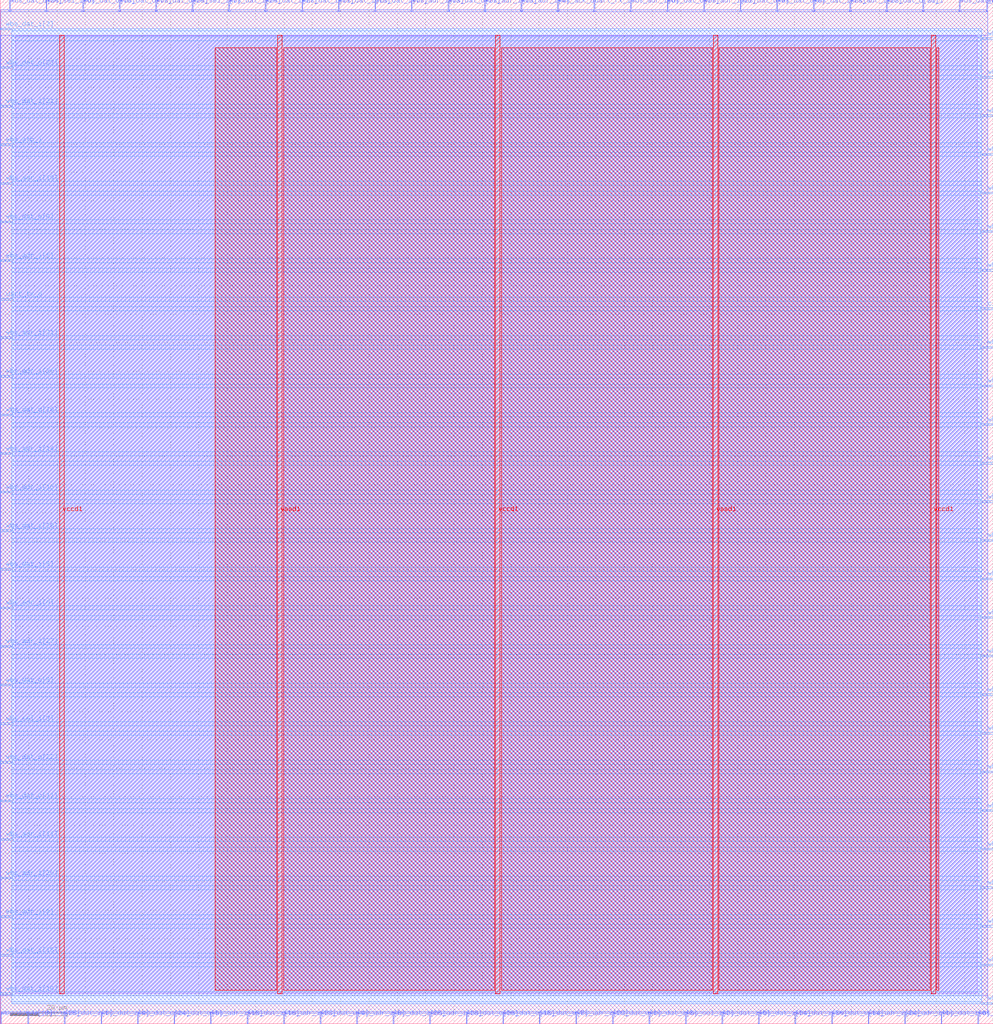
<source format=lef>
VERSION 5.7 ;
  NOWIREEXTENSIONATPIN ON ;
  DIVIDERCHAR "/" ;
  BUSBITCHARS "[]" ;
MACRO wbuart_wrap
  CLASS BLOCK ;
  FOREIGN wbuart_wrap ;
  ORIGIN 0.000 0.000 ;
  SIZE 350.100 BY 360.820 ;
  PIN clk_i
    DIRECTION INPUT ;
    USE SIGNAL ;
    PORT
      LAYER met3 ;
        RECT 346.100 251.640 350.100 252.240 ;
    END
  END clk_i
  PIN rst_i
    DIRECTION INPUT ;
    USE SIGNAL ;
    PORT
      LAYER met2 ;
        RECT 325.310 356.820 325.590 360.820 ;
    END
  END rst_i
  PIN uart_rx_i
    DIRECTION INPUT ;
    USE SIGNAL ;
    PORT
      LAYER met2 ;
        RECT 209.390 356.820 209.670 360.820 ;
    END
  END uart_rx_i
  PIN uart_tx_o
    DIRECTION OUTPUT TRISTATE ;
    USE SIGNAL ;
    PORT
      LAYER met3 ;
        RECT 0.000 255.040 4.000 255.640 ;
    END
  END uart_tx_o
  PIN vccd1
    DIRECTION INOUT ;
    USE POWER ;
    PORT
      LAYER met4 ;
        RECT 21.040 10.640 22.640 348.400 ;
    END
    PORT
      LAYER met4 ;
        RECT 174.640 10.640 176.240 348.400 ;
    END
    PORT
      LAYER met4 ;
        RECT 328.240 10.640 329.840 348.400 ;
    END
  END vccd1
  PIN vssd1
    DIRECTION INOUT ;
    USE GROUND ;
    PORT
      LAYER met4 ;
        RECT 97.840 10.640 99.440 348.400 ;
    END
    PORT
      LAYER met4 ;
        RECT 251.440 10.640 253.040 348.400 ;
    END
  END vssd1
  PIN wbs_ack_o
    DIRECTION OUTPUT TRISTATE ;
    USE SIGNAL ;
    PORT
      LAYER met2 ;
        RECT 196.510 356.820 196.790 360.820 ;
    END
  END wbs_ack_o
  PIN wbs_adr_i[0]
    DIRECTION INPUT ;
    USE SIGNAL ;
    PORT
      LAYER met3 ;
        RECT 0.000 146.240 4.000 146.840 ;
    END
  END wbs_adr_i[0]
  PIN wbs_adr_i[10]
    DIRECTION INPUT ;
    USE SIGNAL ;
    PORT
      LAYER met3 ;
        RECT 346.100 6.840 350.100 7.440 ;
    END
  END wbs_adr_i[10]
  PIN wbs_adr_i[11]
    DIRECTION INPUT ;
    USE SIGNAL ;
    PORT
      LAYER met3 ;
        RECT 0.000 64.640 4.000 65.240 ;
    END
  END wbs_adr_i[11]
  PIN wbs_adr_i[12]
    DIRECTION INPUT ;
    USE SIGNAL ;
    PORT
      LAYER met3 ;
        RECT 346.100 306.040 350.100 306.640 ;
    END
  END wbs_adr_i[12]
  PIN wbs_adr_i[13]
    DIRECTION INPUT ;
    USE SIGNAL ;
    PORT
      LAYER met2 ;
        RECT 144.990 356.820 145.270 360.820 ;
    END
  END wbs_adr_i[13]
  PIN wbs_adr_i[14]
    DIRECTION INPUT ;
    USE SIGNAL ;
    PORT
      LAYER met3 ;
        RECT 0.000 200.640 4.000 201.240 ;
    END
  END wbs_adr_i[14]
  PIN wbs_adr_i[15]
    DIRECTION INPUT ;
    USE SIGNAL ;
    PORT
      LAYER met2 ;
        RECT 170.750 356.820 171.030 360.820 ;
    END
  END wbs_adr_i[15]
  PIN wbs_adr_i[16]
    DIRECTION INPUT ;
    USE SIGNAL ;
    PORT
      LAYER met3 ;
        RECT 0.000 187.040 4.000 187.640 ;
    END
  END wbs_adr_i[16]
  PIN wbs_adr_i[17]
    DIRECTION INPUT ;
    USE SIGNAL ;
    PORT
      LAYER met3 ;
        RECT 346.100 129.240 350.100 129.840 ;
    END
  END wbs_adr_i[17]
  PIN wbs_adr_i[18]
    DIRECTION INPUT ;
    USE SIGNAL ;
    PORT
      LAYER met2 ;
        RECT 74.150 0.000 74.430 4.000 ;
    END
  END wbs_adr_i[18]
  PIN wbs_adr_i[19]
    DIRECTION INPUT ;
    USE SIGNAL ;
    PORT
      LAYER met3 ;
        RECT 0.000 295.840 4.000 296.440 ;
    END
  END wbs_adr_i[19]
  PIN wbs_adr_i[1]
    DIRECTION INPUT ;
    USE SIGNAL ;
    PORT
      LAYER met2 ;
        RECT 318.870 0.000 319.150 4.000 ;
    END
  END wbs_adr_i[1]
  PIN wbs_adr_i[20]
    DIRECTION INPUT ;
    USE SIGNAL ;
    PORT
      LAYER met3 ;
        RECT 0.000 227.840 4.000 228.440 ;
    END
  END wbs_adr_i[20]
  PIN wbs_adr_i[21]
    DIRECTION INPUT ;
    USE SIGNAL ;
    PORT
      LAYER met2 ;
        RECT 248.030 356.820 248.310 360.820 ;
    END
  END wbs_adr_i[21]
  PIN wbs_adr_i[22]
    DIRECTION INPUT ;
    USE SIGNAL ;
    PORT
      LAYER met2 ;
        RECT 299.550 356.820 299.830 360.820 ;
    END
  END wbs_adr_i[22]
  PIN wbs_adr_i[23]
    DIRECTION INPUT ;
    USE SIGNAL ;
    PORT
      LAYER met2 ;
        RECT 99.910 0.000 100.190 4.000 ;
    END
  END wbs_adr_i[23]
  PIN wbs_adr_i[24]
    DIRECTION INPUT ;
    USE SIGNAL ;
    PORT
      LAYER met2 ;
        RECT 305.990 0.000 306.270 4.000 ;
    END
  END wbs_adr_i[24]
  PIN wbs_adr_i[25]
    DIRECTION INPUT ;
    USE SIGNAL ;
    PORT
      LAYER met3 ;
        RECT 346.100 346.840 350.100 347.440 ;
    END
  END wbs_adr_i[25]
  PIN wbs_adr_i[26]
    DIRECTION INPUT ;
    USE SIGNAL ;
    PORT
      LAYER met3 ;
        RECT 346.100 88.440 350.100 89.040 ;
    END
  END wbs_adr_i[26]
  PIN wbs_adr_i[27]
    DIRECTION INPUT ;
    USE SIGNAL ;
    PORT
      LAYER met3 ;
        RECT 0.000 132.640 4.000 133.240 ;
    END
  END wbs_adr_i[27]
  PIN wbs_adr_i[28]
    DIRECTION INPUT ;
    USE SIGNAL ;
    PORT
      LAYER met2 ;
        RECT 151.430 0.000 151.710 4.000 ;
    END
  END wbs_adr_i[28]
  PIN wbs_adr_i[29]
    DIRECTION INPUT ;
    USE SIGNAL ;
    PORT
      LAYER met2 ;
        RECT 202.950 0.000 203.230 4.000 ;
    END
  END wbs_adr_i[29]
  PIN wbs_adr_i[2]
    DIRECTION INPUT ;
    USE SIGNAL ;
    PORT
      LAYER met3 ;
        RECT 346.100 74.840 350.100 75.440 ;
    END
  END wbs_adr_i[2]
  PIN wbs_adr_i[30]
    DIRECTION INPUT ;
    USE SIGNAL ;
    PORT
      LAYER met3 ;
        RECT 0.000 51.040 4.000 51.640 ;
    END
  END wbs_adr_i[30]
  PIN wbs_adr_i[31]
    DIRECTION INPUT ;
    USE SIGNAL ;
    PORT
      LAYER met3 ;
        RECT 0.000 241.440 4.000 242.040 ;
    END
  END wbs_adr_i[31]
  PIN wbs_adr_i[3]
    DIRECTION INPUT ;
    USE SIGNAL ;
    PORT
      LAYER met3 ;
        RECT 346.100 61.240 350.100 61.840 ;
    END
  END wbs_adr_i[3]
  PIN wbs_adr_i[4]
    DIRECTION INPUT ;
    USE SIGNAL ;
    PORT
      LAYER met2 ;
        RECT 183.630 356.820 183.910 360.820 ;
    END
  END wbs_adr_i[4]
  PIN wbs_adr_i[5]
    DIRECTION INPUT ;
    USE SIGNAL ;
    PORT
      LAYER met3 ;
        RECT 0.000 268.640 4.000 269.240 ;
    END
  END wbs_adr_i[5]
  PIN wbs_adr_i[6]
    DIRECTION INPUT ;
    USE SIGNAL ;
    PORT
      LAYER met2 ;
        RECT 222.270 356.820 222.550 360.820 ;
    END
  END wbs_adr_i[6]
  PIN wbs_adr_i[7]
    DIRECTION INPUT ;
    USE SIGNAL ;
    PORT
      LAYER met3 ;
        RECT 346.100 278.840 350.100 279.440 ;
    END
  END wbs_adr_i[7]
  PIN wbs_adr_i[8]
    DIRECTION INPUT ;
    USE SIGNAL ;
    PORT
      LAYER met2 ;
        RECT 125.670 0.000 125.950 4.000 ;
    END
  END wbs_adr_i[8]
  PIN wbs_adr_i[9]
    DIRECTION INPUT ;
    USE SIGNAL ;
    PORT
      LAYER met3 ;
        RECT 0.000 37.440 4.000 38.040 ;
    END
  END wbs_adr_i[9]
  PIN wbs_cyc_i
    DIRECTION INPUT ;
    USE SIGNAL ;
    PORT
      LAYER met3 ;
        RECT 346.100 319.640 350.100 320.240 ;
    END
  END wbs_cyc_i
  PIN wbs_dat_i[0]
    DIRECTION INPUT ;
    USE SIGNAL ;
    PORT
      LAYER met2 ;
        RECT 347.850 356.820 348.130 360.820 ;
    END
  END wbs_dat_i[0]
  PIN wbs_dat_i[10]
    DIRECTION INPUT ;
    USE SIGNAL ;
    PORT
      LAYER met3 ;
        RECT 0.000 10.240 4.000 10.840 ;
    END
  END wbs_dat_i[10]
  PIN wbs_dat_i[11]
    DIRECTION INPUT ;
    USE SIGNAL ;
    PORT
      LAYER met2 ;
        RECT 106.350 356.820 106.630 360.820 ;
    END
  END wbs_dat_i[11]
  PIN wbs_dat_i[12]
    DIRECTION INPUT ;
    USE SIGNAL ;
    PORT
      LAYER met3 ;
        RECT 346.100 156.440 350.100 157.040 ;
    END
  END wbs_dat_i[12]
  PIN wbs_dat_i[13]
    DIRECTION INPUT ;
    USE SIGNAL ;
    PORT
      LAYER met2 ;
        RECT 119.230 356.820 119.510 360.820 ;
    END
  END wbs_dat_i[13]
  PIN wbs_dat_i[14]
    DIRECTION INPUT ;
    USE SIGNAL ;
    PORT
      LAYER met3 ;
        RECT 346.100 292.440 350.100 293.040 ;
    END
  END wbs_dat_i[14]
  PIN wbs_dat_i[15]
    DIRECTION INPUT ;
    USE SIGNAL ;
    PORT
      LAYER met3 ;
        RECT 0.000 23.840 4.000 24.440 ;
    END
  END wbs_dat_i[15]
  PIN wbs_dat_i[16]
    DIRECTION INPUT ;
    USE SIGNAL ;
    PORT
      LAYER met2 ;
        RECT 87.030 0.000 87.310 4.000 ;
    END
  END wbs_dat_i[16]
  PIN wbs_dat_i[17]
    DIRECTION INPUT ;
    USE SIGNAL ;
    PORT
      LAYER met2 ;
        RECT 132.110 356.820 132.390 360.820 ;
    END
  END wbs_dat_i[17]
  PIN wbs_dat_i[18]
    DIRECTION INPUT ;
    USE SIGNAL ;
    PORT
      LAYER met3 ;
        RECT 346.100 20.440 350.100 21.040 ;
    END
  END wbs_dat_i[18]
  PIN wbs_dat_i[19]
    DIRECTION INPUT ;
    USE SIGNAL ;
    PORT
      LAYER met3 ;
        RECT 346.100 197.240 350.100 197.840 ;
    END
  END wbs_dat_i[19]
  PIN wbs_dat_i[1]
    DIRECTION INPUT ;
    USE SIGNAL ;
    PORT
      LAYER met2 ;
        RECT 22.630 0.000 22.910 4.000 ;
    END
  END wbs_dat_i[1]
  PIN wbs_dat_i[20]
    DIRECTION INPUT ;
    USE SIGNAL ;
    PORT
      LAYER met2 ;
        RECT 80.590 356.820 80.870 360.820 ;
    END
  END wbs_dat_i[20]
  PIN wbs_dat_i[21]
    DIRECTION INPUT ;
    USE SIGNAL ;
    PORT
      LAYER met3 ;
        RECT 346.100 34.040 350.100 34.640 ;
    END
  END wbs_dat_i[21]
  PIN wbs_dat_i[22]
    DIRECTION INPUT ;
    USE SIGNAL ;
    PORT
      LAYER met3 ;
        RECT 346.100 333.240 350.100 333.840 ;
    END
  END wbs_dat_i[22]
  PIN wbs_dat_i[23]
    DIRECTION INPUT ;
    USE SIGNAL ;
    PORT
      LAYER met2 ;
        RECT 286.670 356.820 286.950 360.820 ;
    END
  END wbs_dat_i[23]
  PIN wbs_dat_i[24]
    DIRECTION INPUT ;
    USE SIGNAL ;
    PORT
      LAYER met2 ;
        RECT 267.350 0.000 267.630 4.000 ;
    END
  END wbs_dat_i[24]
  PIN wbs_dat_i[25]
    DIRECTION INPUT ;
    USE SIGNAL ;
    PORT
      LAYER met2 ;
        RECT 138.550 0.000 138.830 4.000 ;
    END
  END wbs_dat_i[25]
  PIN wbs_dat_i[26]
    DIRECTION INPUT ;
    USE SIGNAL ;
    PORT
      LAYER met3 ;
        RECT 346.100 102.040 350.100 102.640 ;
    END
  END wbs_dat_i[26]
  PIN wbs_dat_i[27]
    DIRECTION INPUT ;
    USE SIGNAL ;
    PORT
      LAYER met2 ;
        RECT 93.470 356.820 93.750 360.820 ;
    END
  END wbs_dat_i[27]
  PIN wbs_dat_i[28]
    DIRECTION INPUT ;
    USE SIGNAL ;
    PORT
      LAYER met3 ;
        RECT 0.000 173.440 4.000 174.040 ;
    END
  END wbs_dat_i[28]
  PIN wbs_dat_i[29]
    DIRECTION INPUT ;
    USE SIGNAL ;
    PORT
      LAYER met2 ;
        RECT 344.630 0.000 344.910 4.000 ;
    END
  END wbs_dat_i[29]
  PIN wbs_dat_i[2]
    DIRECTION INPUT ;
    USE SIGNAL ;
    PORT
      LAYER met3 ;
        RECT 0.000 350.240 4.000 350.840 ;
    END
  END wbs_dat_i[2]
  PIN wbs_dat_i[30]
    DIRECTION INPUT ;
    USE SIGNAL ;
    PORT
      LAYER met2 ;
        RECT 280.230 0.000 280.510 4.000 ;
    END
  END wbs_dat_i[30]
  PIN wbs_dat_i[31]
    DIRECTION INPUT ;
    USE SIGNAL ;
    PORT
      LAYER met3 ;
        RECT 0.000 323.040 4.000 323.640 ;
    END
  END wbs_dat_i[31]
  PIN wbs_dat_i[3]
    DIRECTION INPUT ;
    USE SIGNAL ;
    PORT
      LAYER met2 ;
        RECT 228.710 0.000 228.990 4.000 ;
    END
  END wbs_dat_i[3]
  PIN wbs_dat_i[4]
    DIRECTION INPUT ;
    USE SIGNAL ;
    PORT
      LAYER met2 ;
        RECT 35.510 0.000 35.790 4.000 ;
    END
  END wbs_dat_i[4]
  PIN wbs_dat_i[5]
    DIRECTION INPUT ;
    USE SIGNAL ;
    PORT
      LAYER met3 ;
        RECT 0.000 159.840 4.000 160.440 ;
    END
  END wbs_dat_i[5]
  PIN wbs_dat_i[6]
    DIRECTION INPUT ;
    USE SIGNAL ;
    PORT
      LAYER met2 ;
        RECT 331.750 0.000 332.030 4.000 ;
    END
  END wbs_dat_i[6]
  PIN wbs_dat_i[7]
    DIRECTION INPUT ;
    USE SIGNAL ;
    PORT
      LAYER met3 ;
        RECT 346.100 183.640 350.100 184.240 ;
    END
  END wbs_dat_i[7]
  PIN wbs_dat_i[8]
    DIRECTION INPUT ;
    USE SIGNAL ;
    PORT
      LAYER met3 ;
        RECT 346.100 115.640 350.100 116.240 ;
    END
  END wbs_dat_i[8]
  PIN wbs_dat_i[9]
    DIRECTION INPUT ;
    USE SIGNAL ;
    PORT
      LAYER met2 ;
        RECT 254.470 0.000 254.750 4.000 ;
    END
  END wbs_dat_i[9]
  PIN wbs_dat_o[0]
    DIRECTION OUTPUT TRISTATE ;
    USE SIGNAL ;
    PORT
      LAYER met3 ;
        RECT 0.000 282.240 4.000 282.840 ;
    END
  END wbs_dat_o[0]
  PIN wbs_dat_o[10]
    DIRECTION OUTPUT TRISTATE ;
    USE SIGNAL ;
    PORT
      LAYER met3 ;
        RECT 0.000 214.240 4.000 214.840 ;
    END
  END wbs_dat_o[10]
  PIN wbs_dat_o[11]
    DIRECTION OUTPUT TRISTATE ;
    USE SIGNAL ;
    PORT
      LAYER met3 ;
        RECT 0.000 78.240 4.000 78.840 ;
    END
  END wbs_dat_o[11]
  PIN wbs_dat_o[12]
    DIRECTION OUTPUT TRISTATE ;
    USE SIGNAL ;
    PORT
      LAYER met3 ;
        RECT 346.100 142.840 350.100 143.440 ;
    END
  END wbs_dat_o[12]
  PIN wbs_dat_o[13]
    DIRECTION OUTPUT TRISTATE ;
    USE SIGNAL ;
    PORT
      LAYER met3 ;
        RECT 346.100 238.040 350.100 238.640 ;
    END
  END wbs_dat_o[13]
  PIN wbs_dat_o[14]
    DIRECTION OUTPUT TRISTATE ;
    USE SIGNAL ;
    PORT
      LAYER met2 ;
        RECT 293.110 0.000 293.390 4.000 ;
    END
  END wbs_dat_o[14]
  PIN wbs_dat_o[15]
    DIRECTION OUTPUT TRISTATE ;
    USE SIGNAL ;
    PORT
      LAYER met3 ;
        RECT 346.100 265.240 350.100 265.840 ;
    END
  END wbs_dat_o[15]
  PIN wbs_dat_o[16]
    DIRECTION OUTPUT TRISTATE ;
    USE SIGNAL ;
    PORT
      LAYER met2 ;
        RECT 29.070 356.820 29.350 360.820 ;
    END
  END wbs_dat_o[16]
  PIN wbs_dat_o[17]
    DIRECTION OUTPUT TRISTATE ;
    USE SIGNAL ;
    PORT
      LAYER met2 ;
        RECT 41.950 356.820 42.230 360.820 ;
    END
  END wbs_dat_o[17]
  PIN wbs_dat_o[18]
    DIRECTION OUTPUT TRISTATE ;
    USE SIGNAL ;
    PORT
      LAYER met2 ;
        RECT 177.190 0.000 177.470 4.000 ;
    END
  END wbs_dat_o[18]
  PIN wbs_dat_o[19]
    DIRECTION OUTPUT TRISTATE ;
    USE SIGNAL ;
    PORT
      LAYER met2 ;
        RECT 0.090 0.000 0.370 4.000 ;
    END
  END wbs_dat_o[19]
  PIN wbs_dat_o[1]
    DIRECTION OUTPUT TRISTATE ;
    USE SIGNAL ;
    PORT
      LAYER met2 ;
        RECT 215.830 0.000 216.110 4.000 ;
    END
  END wbs_dat_o[1]
  PIN wbs_dat_o[20]
    DIRECTION OUTPUT TRISTATE ;
    USE SIGNAL ;
    PORT
      LAYER met2 ;
        RECT 54.830 356.820 55.110 360.820 ;
    END
  END wbs_dat_o[20]
  PIN wbs_dat_o[21]
    DIRECTION OUTPUT TRISTATE ;
    USE SIGNAL ;
    PORT
      LAYER met2 ;
        RECT 157.870 356.820 158.150 360.820 ;
    END
  END wbs_dat_o[21]
  PIN wbs_dat_o[22]
    DIRECTION OUTPUT TRISTATE ;
    USE SIGNAL ;
    PORT
      LAYER met3 ;
        RECT 0.000 91.840 4.000 92.440 ;
    END
  END wbs_dat_o[22]
  PIN wbs_dat_o[23]
    DIRECTION OUTPUT TRISTATE ;
    USE SIGNAL ;
    PORT
      LAYER met3 ;
        RECT 0.000 336.640 4.000 337.240 ;
    END
  END wbs_dat_o[23]
  PIN wbs_dat_o[24]
    DIRECTION OUTPUT TRISTATE ;
    USE SIGNAL ;
    PORT
      LAYER met2 ;
        RECT 48.390 0.000 48.670 4.000 ;
    END
  END wbs_dat_o[24]
  PIN wbs_dat_o[25]
    DIRECTION OUTPUT TRISTATE ;
    USE SIGNAL ;
    PORT
      LAYER met2 ;
        RECT 9.750 0.000 10.030 4.000 ;
    END
  END wbs_dat_o[25]
  PIN wbs_dat_o[26]
    DIRECTION OUTPUT TRISTATE ;
    USE SIGNAL ;
    PORT
      LAYER met2 ;
        RECT 312.430 356.820 312.710 360.820 ;
    END
  END wbs_dat_o[26]
  PIN wbs_dat_o[27]
    DIRECTION OUTPUT TRISTATE ;
    USE SIGNAL ;
    PORT
      LAYER met2 ;
        RECT 235.150 356.820 235.430 360.820 ;
    END
  END wbs_dat_o[27]
  PIN wbs_dat_o[28]
    DIRECTION OUTPUT TRISTATE ;
    USE SIGNAL ;
    PORT
      LAYER met2 ;
        RECT 164.310 0.000 164.590 4.000 ;
    END
  END wbs_dat_o[28]
  PIN wbs_dat_o[29]
    DIRECTION OUTPUT TRISTATE ;
    USE SIGNAL ;
    PORT
      LAYER met2 ;
        RECT 338.190 356.820 338.470 360.820 ;
    END
  END wbs_dat_o[29]
  PIN wbs_dat_o[2]
    DIRECTION OUTPUT TRISTATE ;
    USE SIGNAL ;
    PORT
      LAYER met3 ;
        RECT 346.100 47.640 350.100 48.240 ;
    END
  END wbs_dat_o[2]
  PIN wbs_dat_o[30]
    DIRECTION OUTPUT TRISTATE ;
    USE SIGNAL ;
    PORT
      LAYER met2 ;
        RECT 3.310 356.820 3.590 360.820 ;
    END
  END wbs_dat_o[30]
  PIN wbs_dat_o[31]
    DIRECTION OUTPUT TRISTATE ;
    USE SIGNAL ;
    PORT
      LAYER met3 ;
        RECT 346.100 210.840 350.100 211.440 ;
    END
  END wbs_dat_o[31]
  PIN wbs_dat_o[3]
    DIRECTION OUTPUT TRISTATE ;
    USE SIGNAL ;
    PORT
      LAYER met2 ;
        RECT 61.270 0.000 61.550 4.000 ;
    END
  END wbs_dat_o[3]
  PIN wbs_dat_o[4]
    DIRECTION OUTPUT TRISTATE ;
    USE SIGNAL ;
    PORT
      LAYER met2 ;
        RECT 112.790 0.000 113.070 4.000 ;
    END
  END wbs_dat_o[4]
  PIN wbs_dat_o[5]
    DIRECTION OUTPUT TRISTATE ;
    USE SIGNAL ;
    PORT
      LAYER met3 ;
        RECT 0.000 119.040 4.000 119.640 ;
    END
  END wbs_dat_o[5]
  PIN wbs_dat_o[6]
    DIRECTION OUTPUT TRISTATE ;
    USE SIGNAL ;
    PORT
      LAYER met3 ;
        RECT 346.100 224.440 350.100 225.040 ;
    END
  END wbs_dat_o[6]
  PIN wbs_dat_o[7]
    DIRECTION OUTPUT TRISTATE ;
    USE SIGNAL ;
    PORT
      LAYER met2 ;
        RECT 190.070 0.000 190.350 4.000 ;
    END
  END wbs_dat_o[7]
  PIN wbs_dat_o[8]
    DIRECTION OUTPUT TRISTATE ;
    USE SIGNAL ;
    PORT
      LAYER met2 ;
        RECT 273.790 356.820 274.070 360.820 ;
    END
  END wbs_dat_o[8]
  PIN wbs_dat_o[9]
    DIRECTION OUTPUT TRISTATE ;
    USE SIGNAL ;
    PORT
      LAYER met2 ;
        RECT 260.910 356.820 261.190 360.820 ;
    END
  END wbs_dat_o[9]
  PIN wbs_sel_i[0]
    DIRECTION INPUT ;
    USE SIGNAL ;
    PORT
      LAYER met2 ;
        RECT 16.190 356.820 16.470 360.820 ;
    END
  END wbs_sel_i[0]
  PIN wbs_sel_i[1]
    DIRECTION INPUT ;
    USE SIGNAL ;
    PORT
      LAYER met2 ;
        RECT 67.710 356.820 67.990 360.820 ;
    END
  END wbs_sel_i[1]
  PIN wbs_sel_i[2]
    DIRECTION INPUT ;
    USE SIGNAL ;
    PORT
      LAYER met2 ;
        RECT 241.590 0.000 241.870 4.000 ;
    END
  END wbs_sel_i[2]
  PIN wbs_sel_i[3]
    DIRECTION INPUT ;
    USE SIGNAL ;
    PORT
      LAYER met3 ;
        RECT 0.000 105.440 4.000 106.040 ;
    END
  END wbs_sel_i[3]
  PIN wbs_stb_i
    DIRECTION INPUT ;
    USE SIGNAL ;
    PORT
      LAYER met3 ;
        RECT 0.000 309.440 4.000 310.040 ;
    END
  END wbs_stb_i
  PIN wbs_we_i
    DIRECTION INPUT ;
    USE SIGNAL ;
    PORT
      LAYER met3 ;
        RECT 346.100 170.040 350.100 170.640 ;
    END
  END wbs_we_i
  OBS
      LAYER li1 ;
        RECT 5.520 10.795 344.540 348.245 ;
      LAYER met1 ;
        RECT 0.070 9.900 348.150 348.400 ;
      LAYER met2 ;
        RECT 0.100 356.540 3.030 357.410 ;
        RECT 3.870 356.540 15.910 357.410 ;
        RECT 16.750 356.540 28.790 357.410 ;
        RECT 29.630 356.540 41.670 357.410 ;
        RECT 42.510 356.540 54.550 357.410 ;
        RECT 55.390 356.540 67.430 357.410 ;
        RECT 68.270 356.540 80.310 357.410 ;
        RECT 81.150 356.540 93.190 357.410 ;
        RECT 94.030 356.540 106.070 357.410 ;
        RECT 106.910 356.540 118.950 357.410 ;
        RECT 119.790 356.540 131.830 357.410 ;
        RECT 132.670 356.540 144.710 357.410 ;
        RECT 145.550 356.540 157.590 357.410 ;
        RECT 158.430 356.540 170.470 357.410 ;
        RECT 171.310 356.540 183.350 357.410 ;
        RECT 184.190 356.540 196.230 357.410 ;
        RECT 197.070 356.540 209.110 357.410 ;
        RECT 209.950 356.540 221.990 357.410 ;
        RECT 222.830 356.540 234.870 357.410 ;
        RECT 235.710 356.540 247.750 357.410 ;
        RECT 248.590 356.540 260.630 357.410 ;
        RECT 261.470 356.540 273.510 357.410 ;
        RECT 274.350 356.540 286.390 357.410 ;
        RECT 287.230 356.540 299.270 357.410 ;
        RECT 300.110 356.540 312.150 357.410 ;
        RECT 312.990 356.540 325.030 357.410 ;
        RECT 325.870 356.540 337.910 357.410 ;
        RECT 338.750 356.540 347.570 357.410 ;
        RECT 0.100 4.280 348.120 356.540 ;
        RECT 0.650 3.670 9.470 4.280 ;
        RECT 10.310 3.670 22.350 4.280 ;
        RECT 23.190 3.670 35.230 4.280 ;
        RECT 36.070 3.670 48.110 4.280 ;
        RECT 48.950 3.670 60.990 4.280 ;
        RECT 61.830 3.670 73.870 4.280 ;
        RECT 74.710 3.670 86.750 4.280 ;
        RECT 87.590 3.670 99.630 4.280 ;
        RECT 100.470 3.670 112.510 4.280 ;
        RECT 113.350 3.670 125.390 4.280 ;
        RECT 126.230 3.670 138.270 4.280 ;
        RECT 139.110 3.670 151.150 4.280 ;
        RECT 151.990 3.670 164.030 4.280 ;
        RECT 164.870 3.670 176.910 4.280 ;
        RECT 177.750 3.670 189.790 4.280 ;
        RECT 190.630 3.670 202.670 4.280 ;
        RECT 203.510 3.670 215.550 4.280 ;
        RECT 216.390 3.670 228.430 4.280 ;
        RECT 229.270 3.670 241.310 4.280 ;
        RECT 242.150 3.670 254.190 4.280 ;
        RECT 255.030 3.670 267.070 4.280 ;
        RECT 267.910 3.670 279.950 4.280 ;
        RECT 280.790 3.670 292.830 4.280 ;
        RECT 293.670 3.670 305.710 4.280 ;
        RECT 306.550 3.670 318.590 4.280 ;
        RECT 319.430 3.670 331.470 4.280 ;
        RECT 332.310 3.670 344.350 4.280 ;
        RECT 345.190 3.670 348.120 4.280 ;
      LAYER met3 ;
        RECT 4.400 349.840 346.100 350.705 ;
        RECT 4.000 347.840 346.100 349.840 ;
        RECT 4.000 346.440 345.700 347.840 ;
        RECT 4.000 337.640 346.100 346.440 ;
        RECT 4.400 336.240 346.100 337.640 ;
        RECT 4.000 334.240 346.100 336.240 ;
        RECT 4.000 332.840 345.700 334.240 ;
        RECT 4.000 324.040 346.100 332.840 ;
        RECT 4.400 322.640 346.100 324.040 ;
        RECT 4.000 320.640 346.100 322.640 ;
        RECT 4.000 319.240 345.700 320.640 ;
        RECT 4.000 310.440 346.100 319.240 ;
        RECT 4.400 309.040 346.100 310.440 ;
        RECT 4.000 307.040 346.100 309.040 ;
        RECT 4.000 305.640 345.700 307.040 ;
        RECT 4.000 296.840 346.100 305.640 ;
        RECT 4.400 295.440 346.100 296.840 ;
        RECT 4.000 293.440 346.100 295.440 ;
        RECT 4.000 292.040 345.700 293.440 ;
        RECT 4.000 283.240 346.100 292.040 ;
        RECT 4.400 281.840 346.100 283.240 ;
        RECT 4.000 279.840 346.100 281.840 ;
        RECT 4.000 278.440 345.700 279.840 ;
        RECT 4.000 269.640 346.100 278.440 ;
        RECT 4.400 268.240 346.100 269.640 ;
        RECT 4.000 266.240 346.100 268.240 ;
        RECT 4.000 264.840 345.700 266.240 ;
        RECT 4.000 256.040 346.100 264.840 ;
        RECT 4.400 254.640 346.100 256.040 ;
        RECT 4.000 252.640 346.100 254.640 ;
        RECT 4.000 251.240 345.700 252.640 ;
        RECT 4.000 242.440 346.100 251.240 ;
        RECT 4.400 241.040 346.100 242.440 ;
        RECT 4.000 239.040 346.100 241.040 ;
        RECT 4.000 237.640 345.700 239.040 ;
        RECT 4.000 228.840 346.100 237.640 ;
        RECT 4.400 227.440 346.100 228.840 ;
        RECT 4.000 225.440 346.100 227.440 ;
        RECT 4.000 224.040 345.700 225.440 ;
        RECT 4.000 215.240 346.100 224.040 ;
        RECT 4.400 213.840 346.100 215.240 ;
        RECT 4.000 211.840 346.100 213.840 ;
        RECT 4.000 210.440 345.700 211.840 ;
        RECT 4.000 201.640 346.100 210.440 ;
        RECT 4.400 200.240 346.100 201.640 ;
        RECT 4.000 198.240 346.100 200.240 ;
        RECT 4.000 196.840 345.700 198.240 ;
        RECT 4.000 188.040 346.100 196.840 ;
        RECT 4.400 186.640 346.100 188.040 ;
        RECT 4.000 184.640 346.100 186.640 ;
        RECT 4.000 183.240 345.700 184.640 ;
        RECT 4.000 174.440 346.100 183.240 ;
        RECT 4.400 173.040 346.100 174.440 ;
        RECT 4.000 171.040 346.100 173.040 ;
        RECT 4.000 169.640 345.700 171.040 ;
        RECT 4.000 160.840 346.100 169.640 ;
        RECT 4.400 159.440 346.100 160.840 ;
        RECT 4.000 157.440 346.100 159.440 ;
        RECT 4.000 156.040 345.700 157.440 ;
        RECT 4.000 147.240 346.100 156.040 ;
        RECT 4.400 145.840 346.100 147.240 ;
        RECT 4.000 143.840 346.100 145.840 ;
        RECT 4.000 142.440 345.700 143.840 ;
        RECT 4.000 133.640 346.100 142.440 ;
        RECT 4.400 132.240 346.100 133.640 ;
        RECT 4.000 130.240 346.100 132.240 ;
        RECT 4.000 128.840 345.700 130.240 ;
        RECT 4.000 120.040 346.100 128.840 ;
        RECT 4.400 118.640 346.100 120.040 ;
        RECT 4.000 116.640 346.100 118.640 ;
        RECT 4.000 115.240 345.700 116.640 ;
        RECT 4.000 106.440 346.100 115.240 ;
        RECT 4.400 105.040 346.100 106.440 ;
        RECT 4.000 103.040 346.100 105.040 ;
        RECT 4.000 101.640 345.700 103.040 ;
        RECT 4.000 92.840 346.100 101.640 ;
        RECT 4.400 91.440 346.100 92.840 ;
        RECT 4.000 89.440 346.100 91.440 ;
        RECT 4.000 88.040 345.700 89.440 ;
        RECT 4.000 79.240 346.100 88.040 ;
        RECT 4.400 77.840 346.100 79.240 ;
        RECT 4.000 75.840 346.100 77.840 ;
        RECT 4.000 74.440 345.700 75.840 ;
        RECT 4.000 65.640 346.100 74.440 ;
        RECT 4.400 64.240 346.100 65.640 ;
        RECT 4.000 62.240 346.100 64.240 ;
        RECT 4.000 60.840 345.700 62.240 ;
        RECT 4.000 52.040 346.100 60.840 ;
        RECT 4.400 50.640 346.100 52.040 ;
        RECT 4.000 48.640 346.100 50.640 ;
        RECT 4.000 47.240 345.700 48.640 ;
        RECT 4.000 38.440 346.100 47.240 ;
        RECT 4.400 37.040 346.100 38.440 ;
        RECT 4.000 35.040 346.100 37.040 ;
        RECT 4.000 33.640 345.700 35.040 ;
        RECT 4.000 24.840 346.100 33.640 ;
        RECT 4.400 23.440 346.100 24.840 ;
        RECT 4.000 21.440 346.100 23.440 ;
        RECT 4.000 20.040 345.700 21.440 ;
        RECT 4.000 11.240 346.100 20.040 ;
        RECT 4.400 9.840 346.100 11.240 ;
        RECT 4.000 7.840 346.100 9.840 ;
        RECT 4.000 6.975 345.700 7.840 ;
      LAYER met4 ;
        RECT 75.735 11.735 97.440 343.905 ;
        RECT 99.840 11.735 174.240 343.905 ;
        RECT 176.640 11.735 251.040 343.905 ;
        RECT 253.440 11.735 327.840 343.905 ;
        RECT 330.240 11.735 330.905 343.905 ;
  END
END wbuart_wrap
END LIBRARY


</source>
